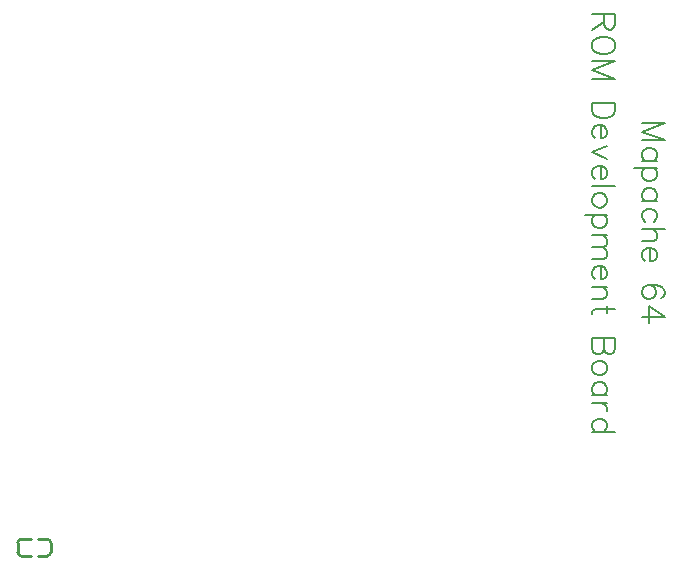
<source format=gto>
G04 Layer: TopSilkscreenLayer*
G04 EasyEDA v6.5.22, 2023-04-21 14:11:52*
G04 02b723c2ecb045abbe3cd18361d6b951,0d2cea57a9a8422ebbcee2df73fbc454,10*
G04 Gerber Generator version 0.2*
G04 Scale: 100 percent, Rotated: No, Reflected: No *
G04 Dimensions in millimeters *
G04 leading zeros omitted , absolute positions ,4 integer and 5 decimal *
%FSLAX45Y45*%
%MOMM*%

%ADD10C,0.2032*%
%ADD11C,0.2540*%

%LPD*%
D10*
X8485377Y3441700D02*
G01*
X8291575Y3441700D01*
X8485377Y3441700D02*
G01*
X8291575Y3367786D01*
X8485377Y3293871D02*
G01*
X8291575Y3367786D01*
X8485377Y3293871D02*
G01*
X8291575Y3293871D01*
X8420861Y3122168D02*
G01*
X8291575Y3122168D01*
X8393175Y3122168D02*
G01*
X8411463Y3140710D01*
X8420861Y3158997D01*
X8420861Y3186684D01*
X8411463Y3205226D01*
X8393175Y3223768D01*
X8365490Y3232912D01*
X8346947Y3232912D01*
X8319261Y3223768D01*
X8300720Y3205226D01*
X8291575Y3186684D01*
X8291575Y3158997D01*
X8300720Y3140710D01*
X8319261Y3122168D01*
X8420861Y3061207D02*
G01*
X8226806Y3061207D01*
X8393175Y3061207D02*
G01*
X8411463Y3042665D01*
X8420861Y3024123D01*
X8420861Y2996437D01*
X8411463Y2978150D01*
X8393175Y2959607D01*
X8365490Y2950210D01*
X8346947Y2950210D01*
X8319261Y2959607D01*
X8300720Y2978150D01*
X8291575Y2996437D01*
X8291575Y3024123D01*
X8300720Y3042665D01*
X8319261Y3061207D01*
X8420861Y2778505D02*
G01*
X8291575Y2778505D01*
X8393175Y2778505D02*
G01*
X8411463Y2797047D01*
X8420861Y2815589D01*
X8420861Y2843276D01*
X8411463Y2861563D01*
X8393175Y2880105D01*
X8365490Y2889250D01*
X8346947Y2889250D01*
X8319261Y2880105D01*
X8300720Y2861563D01*
X8291575Y2843276D01*
X8291575Y2815589D01*
X8300720Y2797047D01*
X8319261Y2778505D01*
X8393175Y2606802D02*
G01*
X8411463Y2625089D01*
X8420861Y2643631D01*
X8420861Y2671318D01*
X8411463Y2689860D01*
X8393175Y2708402D01*
X8365490Y2717545D01*
X8346947Y2717545D01*
X8319261Y2708402D01*
X8300720Y2689860D01*
X8291575Y2671318D01*
X8291575Y2643631D01*
X8300720Y2625089D01*
X8319261Y2606802D01*
X8485377Y2545842D02*
G01*
X8291575Y2545842D01*
X8383777Y2545842D02*
G01*
X8411463Y2518155D01*
X8420861Y2499613D01*
X8420861Y2471928D01*
X8411463Y2453386D01*
X8383777Y2444242D01*
X8291575Y2444242D01*
X8365490Y2383281D02*
G01*
X8365490Y2272284D01*
X8383777Y2272284D01*
X8402320Y2281681D01*
X8411463Y2290826D01*
X8420861Y2309368D01*
X8420861Y2337054D01*
X8411463Y2355595D01*
X8393175Y2373884D01*
X8365490Y2383281D01*
X8346947Y2383281D01*
X8319261Y2373884D01*
X8300720Y2355595D01*
X8291575Y2337054D01*
X8291575Y2309368D01*
X8300720Y2290826D01*
X8319261Y2272284D01*
X8457691Y1958339D02*
G01*
X8476234Y1967484D01*
X8485377Y1995170D01*
X8485377Y2013712D01*
X8476234Y2041397D01*
X8448547Y2059939D01*
X8402320Y2069084D01*
X8356091Y2069084D01*
X8319261Y2059939D01*
X8300720Y2041397D01*
X8291575Y2013712D01*
X8291575Y2004568D01*
X8300720Y1976881D01*
X8319261Y1958339D01*
X8346947Y1949195D01*
X8356091Y1949195D01*
X8383777Y1958339D01*
X8402320Y1976881D01*
X8411463Y2004568D01*
X8411463Y2013712D01*
X8402320Y2041397D01*
X8383777Y2059939D01*
X8356091Y2069084D01*
X8485377Y1795779D02*
G01*
X8356091Y1888236D01*
X8356091Y1749552D01*
X8485377Y1795779D02*
G01*
X8291575Y1795779D01*
X8066277Y4362574D02*
G01*
X7872475Y4362574D01*
X8066277Y4362574D02*
G01*
X8066277Y4279516D01*
X8057134Y4251830D01*
X8047990Y4242432D01*
X8029447Y4233288D01*
X8010906Y4233288D01*
X7992363Y4242432D01*
X7983220Y4251830D01*
X7974075Y4279516D01*
X7974075Y4362574D01*
X7974075Y4297804D02*
G01*
X7872475Y4233288D01*
X8066277Y4116956D02*
G01*
X8057134Y4135244D01*
X8038591Y4153786D01*
X8020050Y4163184D01*
X7992363Y4172328D01*
X7946390Y4172328D01*
X7918450Y4163184D01*
X7900161Y4153786D01*
X7881620Y4135244D01*
X7872475Y4116956D01*
X7872475Y4079872D01*
X7881620Y4061584D01*
X7900161Y4043042D01*
X7918450Y4033644D01*
X7946390Y4024500D01*
X7992363Y4024500D01*
X8020050Y4033644D01*
X8038591Y4043042D01*
X8057134Y4061584D01*
X8066277Y4079872D01*
X8066277Y4116956D01*
X8066277Y3963540D02*
G01*
X7872475Y3963540D01*
X8066277Y3963540D02*
G01*
X7872475Y3889626D01*
X8066277Y3815712D02*
G01*
X7872475Y3889626D01*
X8066277Y3815712D02*
G01*
X7872475Y3815712D01*
X8066277Y3612512D02*
G01*
X7872475Y3612512D01*
X8066277Y3612512D02*
G01*
X8066277Y3547996D01*
X8057134Y3520310D01*
X8038591Y3501768D01*
X8020050Y3492624D01*
X7992363Y3483226D01*
X7946390Y3483226D01*
X7918450Y3492624D01*
X7900161Y3501768D01*
X7881620Y3520310D01*
X7872475Y3547996D01*
X7872475Y3612512D01*
X7946390Y3422266D02*
G01*
X7946390Y3311522D01*
X7964677Y3311522D01*
X7983220Y3320666D01*
X7992363Y3330064D01*
X8001761Y3348352D01*
X8001761Y3376038D01*
X7992363Y3394580D01*
X7974075Y3413122D01*
X7946390Y3422266D01*
X7927847Y3422266D01*
X7900161Y3413122D01*
X7881620Y3394580D01*
X7872475Y3376038D01*
X7872475Y3348352D01*
X7881620Y3330064D01*
X7900161Y3311522D01*
X8001761Y3250562D02*
G01*
X7872475Y3195190D01*
X8001761Y3139564D02*
G01*
X7872475Y3195190D01*
X7946390Y3078604D02*
G01*
X7946390Y2967860D01*
X7964677Y2967860D01*
X7983220Y2977004D01*
X7992363Y2986402D01*
X8001761Y3004944D01*
X8001761Y3032630D01*
X7992363Y3050918D01*
X7974075Y3069460D01*
X7946390Y3078604D01*
X7927847Y3078604D01*
X7900161Y3069460D01*
X7881620Y3050918D01*
X7872475Y3032630D01*
X7872475Y3004944D01*
X7881620Y2986402D01*
X7900161Y2967860D01*
X8066277Y2906900D02*
G01*
X7872475Y2906900D01*
X8001761Y2799712D02*
G01*
X7992363Y2818254D01*
X7974075Y2836796D01*
X7946390Y2845940D01*
X7927847Y2845940D01*
X7900161Y2836796D01*
X7881620Y2818254D01*
X7872475Y2799712D01*
X7872475Y2772026D01*
X7881620Y2753484D01*
X7900161Y2735196D01*
X7927847Y2725798D01*
X7946390Y2725798D01*
X7974075Y2735196D01*
X7992363Y2753484D01*
X8001761Y2772026D01*
X8001761Y2799712D01*
X8001761Y2664838D02*
G01*
X7807706Y2664838D01*
X7974075Y2664838D02*
G01*
X7992363Y2646550D01*
X8001761Y2628008D01*
X8001761Y2600322D01*
X7992363Y2581780D01*
X7974075Y2563238D01*
X7946390Y2554094D01*
X7927847Y2554094D01*
X7900161Y2563238D01*
X7881620Y2581780D01*
X7872475Y2600322D01*
X7872475Y2628008D01*
X7881620Y2646550D01*
X7900161Y2664838D01*
X8001761Y2493134D02*
G01*
X7872475Y2493134D01*
X7964677Y2493134D02*
G01*
X7992363Y2465448D01*
X8001761Y2446906D01*
X8001761Y2419220D01*
X7992363Y2400678D01*
X7964677Y2391534D01*
X7872475Y2391534D01*
X7964677Y2391534D02*
G01*
X7992363Y2363848D01*
X8001761Y2345306D01*
X8001761Y2317620D01*
X7992363Y2299078D01*
X7964677Y2289934D01*
X7872475Y2289934D01*
X7946390Y2228974D02*
G01*
X7946390Y2118230D01*
X7964677Y2118230D01*
X7983220Y2127374D01*
X7992363Y2136518D01*
X8001761Y2155060D01*
X8001761Y2182746D01*
X7992363Y2201288D01*
X7974075Y2219830D01*
X7946390Y2228974D01*
X7927847Y2228974D01*
X7900161Y2219830D01*
X7881620Y2201288D01*
X7872475Y2182746D01*
X7872475Y2155060D01*
X7881620Y2136518D01*
X7900161Y2118230D01*
X8001761Y2057270D02*
G01*
X7872475Y2057270D01*
X7964677Y2057270D02*
G01*
X7992363Y2029584D01*
X8001761Y2011042D01*
X8001761Y1983356D01*
X7992363Y1964814D01*
X7964677Y1955670D01*
X7872475Y1955670D01*
X8066277Y1867024D02*
G01*
X7909306Y1867024D01*
X7881620Y1857626D01*
X7872475Y1839084D01*
X7872475Y1820796D01*
X8001761Y1894710D02*
G01*
X8001761Y1829940D01*
X8066277Y1617596D02*
G01*
X7872475Y1617596D01*
X8066277Y1617596D02*
G01*
X8066277Y1534284D01*
X8057134Y1506598D01*
X8047990Y1497454D01*
X8029447Y1488310D01*
X8010906Y1488310D01*
X7992363Y1497454D01*
X7983220Y1506598D01*
X7974075Y1534284D01*
X7974075Y1617596D02*
G01*
X7974075Y1534284D01*
X7964677Y1506598D01*
X7955534Y1497454D01*
X7936991Y1488310D01*
X7909306Y1488310D01*
X7890763Y1497454D01*
X7881620Y1506598D01*
X7872475Y1534284D01*
X7872475Y1617596D01*
X8001761Y1381122D02*
G01*
X7992363Y1399664D01*
X7974075Y1417952D01*
X7946390Y1427350D01*
X7927847Y1427350D01*
X7900161Y1417952D01*
X7881620Y1399664D01*
X7872475Y1381122D01*
X7872475Y1353436D01*
X7881620Y1334894D01*
X7900161Y1316352D01*
X7927847Y1307208D01*
X7946390Y1307208D01*
X7974075Y1316352D01*
X7992363Y1334894D01*
X8001761Y1353436D01*
X8001761Y1381122D01*
X8001761Y1135504D02*
G01*
X7872475Y1135504D01*
X7974075Y1135504D02*
G01*
X7992363Y1153792D01*
X8001761Y1172334D01*
X8001761Y1200020D01*
X7992363Y1218562D01*
X7974075Y1237104D01*
X7946390Y1246248D01*
X7927847Y1246248D01*
X7900161Y1237104D01*
X7881620Y1218562D01*
X7872475Y1200020D01*
X7872475Y1172334D01*
X7881620Y1153792D01*
X7900161Y1135504D01*
X8001761Y1074544D02*
G01*
X7872475Y1074544D01*
X7946390Y1074544D02*
G01*
X7974075Y1065146D01*
X7992363Y1046604D01*
X8001761Y1028316D01*
X8001761Y1000630D01*
X8066277Y828672D02*
G01*
X7872475Y828672D01*
X7974075Y828672D02*
G01*
X7992363Y847214D01*
X8001761Y865756D01*
X8001761Y893442D01*
X7992363Y911984D01*
X7974075Y930272D01*
X7946390Y939670D01*
X7927847Y939670D01*
X7900161Y930272D01*
X7881620Y911984D01*
X7872475Y893442D01*
X7872475Y865756D01*
X7881620Y847214D01*
X7900161Y828672D01*
D11*
X3288601Y-112422D02*
G01*
X3288601Y-192425D01*
X3177626Y-81437D02*
G01*
X3257623Y-81437D01*
X3177626Y-223403D02*
G01*
X3257623Y-223403D01*
X3120036Y-80855D02*
G01*
X3040037Y-80855D01*
X3009054Y-111838D02*
G01*
X3009054Y-191836D01*
X3120036Y-222816D02*
G01*
X3040037Y-222816D01*
G75*
G01*
X3009049Y-111839D02*
G02*
X3040032Y-80856I30983J0D01*
G75*
G01*
X3040032Y-222822D02*
G02*
X3009049Y-191836I0J30983D01*
G75*
G01*
X3257619Y-81437D02*
G02*
X3288601Y-112423I0J-30983D01*
G75*
G01*
X3288601Y-192420D02*
G02*
X3257619Y-223403I-30982J0D01*
M02*

</source>
